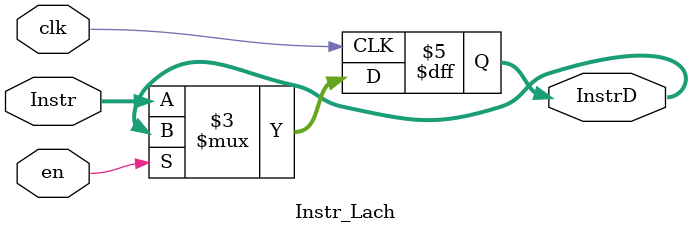
<source format=v>
`timescale 1ns / 1ps
module Instr_Lach(
	input wire clk,
	input wire en,
	input wire [31:0] Instr,
	output reg [31:0] InstrD
    );

always@(posedge clk)
begin
	if(en == 0)
	begin
		InstrD <= Instr;
	end
end


endmodule

</source>
